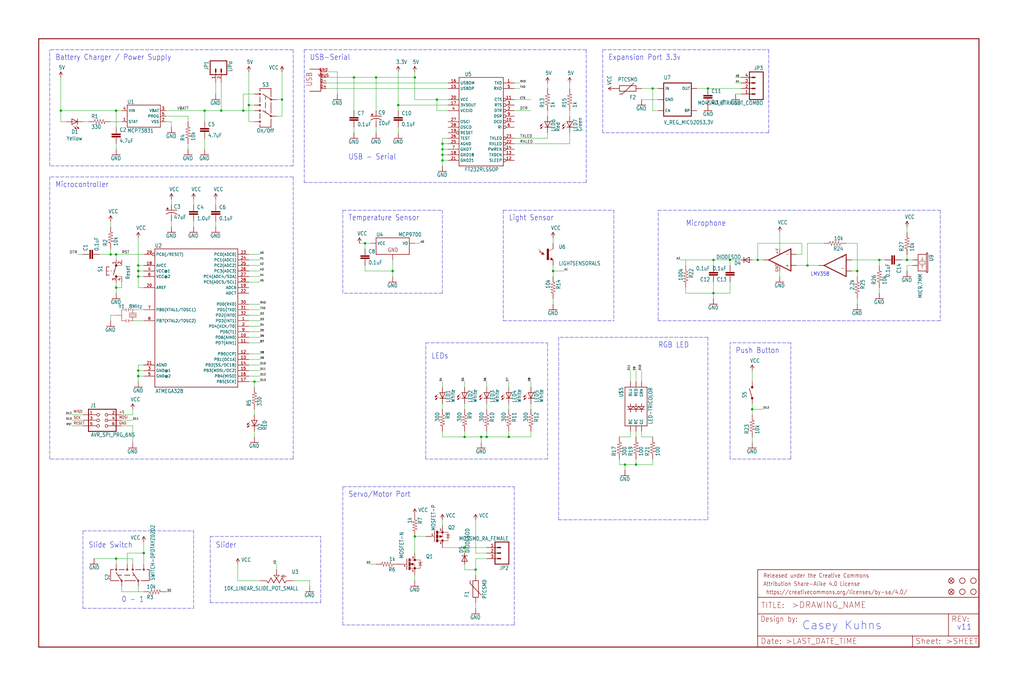
<source format=kicad_sch>
(kicad_sch (version 20211123) (generator eeschema)
  (paper "User" 470.306 317.906)
  (junction (at 63.5 172.72))
  (junction (at 167.64 111.76))
  (junction (at 27.94 50.8))
  (junction (at 63.5 170.18))
  (junction (at 203.2 66.04))
  (junction (at 203.2 68.58))
  (junction (at 101.6 50.8))
  (junction (at 223.52 200.66))
  (junction (at 50.8 116.84))
  (junction (at 190.5 35.56))
  (junction (at 53.34 132.08))
  (junction (at 200.66 45.72))
  (junction (at 416.56 119.38))
  (junction (at 53.34 256.54))
  (junction (at 327.66 119.38))
  (junction (at 299.72 40.64))
  (junction (at 254 124.46))
  (junction (at 114.3 48.26))
  (junction (at 393.7 124.46))
  (junction (at 129.54 45.72))
  (junction (at 213.36 251.46))
  (junction (at 93.98 50.8))
  (junction (at 180.34 124.46))
  (junction (at 287.02 213.36))
  (junction (at 403.86 119.38))
  (junction (at 203.2 73.66))
  (junction (at 218.44 261.62))
  (junction (at 111.76 50.8))
  (junction (at 63.5 127))
  (junction (at 53.34 50.8))
  (junction (at 63.5 124.46))
  (junction (at 335.28 119.38))
  (junction (at 220.98 200.66))
  (junction (at 182.88 48.26))
  (junction (at 347.98 119.38))
  (junction (at 213.36 200.66))
  (junction (at 63.5 121.92))
  (junction (at 203.2 71.12))
  (junction (at 162.56 35.56))
  (junction (at 172.72 35.56))
  (junction (at 292.1 213.36))
  (junction (at 190.5 246.38))
  (junction (at 116.84 175.26))
  (junction (at 325.12 40.64))
  (junction (at 53.34 116.84))
  (junction (at 370.84 121.92))
  (junction (at 327.66 134.62))
  (junction (at 345.44 187.96))
  (junction (at 233.68 200.66))
  (junction (at 66.04 254))
  (wire (pts (xy 63.5 121.92) (xy 63.5 109.22)))
  (wire (pts (xy 180.34 127) (xy 180.34 124.46)))
  (polyline (pts (xy 276.86 22.86) (xy 353.06 22.86)))
  (wire (pts (xy 55.88 50.8) (xy 53.34 50.8)))
  (polyline (pts (xy 134.62 210.82) (xy 134.62 81.28)))
  (wire (pts (xy 182.88 33.02) (xy 182.88 48.26)))
  (polyline (pts (xy 325.12 238.76) (xy 325.12 154.94)))
  (wire (pts (xy 213.36 261.62) (xy 218.44 261.62)))
  (wire (pts (xy 99.06 91.44) (xy 99.06 93.98)))
  (wire (pts (xy 391.16 119.38) (xy 403.86 119.38)))
  (wire (pts (xy 284.48 200.66) (xy 289.56 200.66)))
  (wire (pts (xy 251.46 38.1) (xy 251.46 40.64)))
  (wire (pts (xy 99.06 104.14) (xy 99.06 101.6)))
  (polyline (pts (xy 325.12 154.94) (xy 256.54 154.94)))
  (polyline (pts (xy 22.86 210.82) (xy 22.86 81.28)))
  (wire (pts (xy 345.44 187.96) (xy 345.44 190.5)))
  (wire (pts (xy 203.2 71.12) (xy 203.2 68.58)))
  (wire (pts (xy 55.88 190.5) (xy 60.96 190.5)))
  (wire (pts (xy 119.38 124.46) (xy 114.3 124.46)))
  (wire (pts (xy 299.72 40.64) (xy 302.26 40.64)))
  (wire (pts (xy 60.96 195.58) (xy 60.96 203.2)))
  (wire (pts (xy 205.74 40.64) (xy 149.86 40.64)))
  (wire (pts (xy 223.52 200.66) (xy 233.68 200.66)))
  (wire (pts (xy 327.66 119.38) (xy 335.28 119.38)))
  (wire (pts (xy 109.22 266.7) (xy 119.38 266.7)))
  (wire (pts (xy 149.86 35.56) (xy 162.56 35.56)))
  (polyline (pts (xy 38.1 243.84) (xy 38.1 279.4)))
  (wire (pts (xy 93.98 55.88) (xy 93.98 50.8)))
  (wire (pts (xy 203.2 177.8) (xy 203.2 175.26)))
  (wire (pts (xy 345.44 185.42) (xy 345.44 187.96)))
  (polyline (pts (xy 302.26 147.32) (xy 302.26 96.52)))
  (wire (pts (xy 45.72 116.84) (xy 50.8 116.84)))
  (wire (pts (xy 233.68 200.66) (xy 233.68 198.12)))
  (wire (pts (xy 236.22 45.72) (xy 243.84 45.72)))
  (wire (pts (xy 403.86 134.62) (xy 403.86 132.08)))
  (wire (pts (xy 233.68 187.96) (xy 233.68 185.42)))
  (wire (pts (xy 236.22 66.04) (xy 261.62 66.04)))
  (wire (pts (xy 284.48 213.36) (xy 287.02 213.36)))
  (polyline (pts (xy 203.2 134.62) (xy 157.48 134.62)))
  (wire (pts (xy 213.36 251.46) (xy 203.2 251.46)))
  (wire (pts (xy 114.3 116.84) (xy 119.38 116.84)))
  (wire (pts (xy 251.46 50.8) (xy 251.46 53.34)))
  (wire (pts (xy 66.04 167.64) (xy 63.5 167.64)))
  (wire (pts (xy 127 53.34) (xy 129.54 53.34)))
  (polyline (pts (xy 231.14 96.52) (xy 281.94 96.52)))
  (wire (pts (xy 119.38 127) (xy 114.3 127)))
  (wire (pts (xy 53.34 256.54) (xy 43.18 256.54)))
  (wire (pts (xy 370.84 121.92) (xy 375.92 121.92)))
  (wire (pts (xy 203.2 198.12) (xy 203.2 200.66)))
  (wire (pts (xy 93.98 68.58) (xy 93.98 63.5)))
  (polyline (pts (xy 431.8 147.32) (xy 302.26 147.32)))
  (wire (pts (xy 365.76 116.84) (xy 368.3 116.84)))
  (wire (pts (xy 111.76 43.18) (xy 116.84 43.18)))
  (wire (pts (xy 66.04 254) (xy 66.04 259.08)))
  (wire (pts (xy 53.34 116.84) (xy 53.34 119.38)))
  (wire (pts (xy 403.86 119.38) (xy 403.86 121.92)))
  (wire (pts (xy 53.34 259.08) (xy 53.34 256.54)))
  (wire (pts (xy 66.04 172.72) (xy 63.5 172.72)))
  (wire (pts (xy 335.28 119.38) (xy 340.36 119.38)))
  (wire (pts (xy 294.64 175.26) (xy 294.64 170.18)))
  (wire (pts (xy 60.96 256.54) (xy 53.34 256.54)))
  (polyline (pts (xy 157.48 96.52) (xy 203.2 96.52)))
  (wire (pts (xy 259.08 124.46) (xy 254 124.46)))
  (wire (pts (xy 119.38 165.1) (xy 114.3 165.1)))
  (wire (pts (xy 299.72 50.8) (xy 299.72 40.64)))
  (wire (pts (xy 53.34 132.08) (xy 53.34 134.62)))
  (wire (pts (xy 289.56 200.66) (xy 289.56 198.12)))
  (wire (pts (xy 63.5 167.64) (xy 63.5 170.18)))
  (wire (pts (xy 114.3 149.86) (xy 119.38 149.86)))
  (wire (pts (xy 203.2 76.2) (xy 203.2 73.66)))
  (wire (pts (xy 162.56 35.56) (xy 172.72 35.56)))
  (wire (pts (xy 60.96 256.54) (xy 60.96 259.08)))
  (wire (pts (xy 53.34 58.42) (xy 53.34 50.8)))
  (wire (pts (xy 66.04 121.92) (xy 63.5 121.92)))
  (wire (pts (xy 111.76 50.8) (xy 111.76 43.18)))
  (wire (pts (xy 53.34 129.54) (xy 53.34 132.08)))
  (polyline (pts (xy 302.26 96.52) (xy 431.8 96.52)))
  (wire (pts (xy 299.72 213.36) (xy 299.72 210.82)))
  (wire (pts (xy 27.94 55.88) (xy 27.94 50.8)))
  (wire (pts (xy 66.04 124.46) (xy 63.5 124.46)))
  (wire (pts (xy 294.64 40.64) (xy 299.72 40.64)))
  (wire (pts (xy 101.6 50.8) (xy 93.98 50.8)))
  (wire (pts (xy 292.1 213.36) (xy 292.1 210.82)))
  (wire (pts (xy 129.54 45.72) (xy 129.54 33.02)))
  (wire (pts (xy 287.02 215.9) (xy 287.02 213.36)))
  (polyline (pts (xy 256.54 238.76) (xy 325.12 238.76)))
  (wire (pts (xy 127 45.72) (xy 129.54 45.72)))
  (wire (pts (xy 299.72 200.66) (xy 294.64 200.66)))
  (wire (pts (xy 114.3 157.48) (xy 119.38 157.48)))
  (wire (pts (xy 233.68 177.8) (xy 233.68 175.26)))
  (polyline (pts (xy 157.48 223.52) (xy 236.22 223.52)))
  (wire (pts (xy 203.2 63.5) (xy 203.2 66.04)))
  (wire (pts (xy 223.52 251.46) (xy 213.36 251.46)))
  (wire (pts (xy 254 124.46) (xy 254 121.92)))
  (wire (pts (xy 200.66 50.8) (xy 200.66 45.72)))
  (polyline (pts (xy 134.62 76.2) (xy 22.86 76.2)))
  (wire (pts (xy 190.5 266.7) (xy 190.5 264.16)))
  (polyline (pts (xy 269.24 22.86) (xy 139.7 22.86)))
  (polyline (pts (xy 157.48 134.62) (xy 157.48 96.52)))
  (polyline (pts (xy 236.22 287.02) (xy 157.48 287.02)))
  (wire (pts (xy 223.52 187.96) (xy 223.52 185.42)))
  (wire (pts (xy 251.46 63.5) (xy 251.46 60.96)))
  (wire (pts (xy 284.48 213.36) (xy 284.48 210.82)))
  (wire (pts (xy 149.86 33.02) (xy 154.94 33.02)))
  (polyline (pts (xy 431.8 96.52) (xy 431.8 147.32)))
  (wire (pts (xy 111.76 50.8) (xy 101.6 50.8)))
  (wire (pts (xy 220.98 203.2) (xy 220.98 200.66)))
  (wire (pts (xy 203.2 73.66) (xy 203.2 71.12)))
  (wire (pts (xy 63.5 127) (xy 63.5 124.46)))
  (wire (pts (xy 416.56 104.14) (xy 416.56 106.68)))
  (wire (pts (xy 78.74 91.44) (xy 78.74 93.98)))
  (wire (pts (xy 60.96 190.5) (xy 60.96 187.96)))
  (polyline (pts (xy 157.48 287.02) (xy 157.48 223.52)))
  (wire (pts (xy 287.02 213.36) (xy 292.1 213.36)))
  (wire (pts (xy 213.36 177.8) (xy 213.36 175.26)))
  (wire (pts (xy 302.26 50.8) (xy 299.72 50.8)))
  (wire (pts (xy 205.74 50.8) (xy 200.66 50.8)))
  (wire (pts (xy 50.8 114.3) (xy 50.8 116.84)))
  (wire (pts (xy 63.5 127) (xy 63.5 132.08)))
  (wire (pts (xy 368.3 111.76) (xy 347.98 111.76)))
  (wire (pts (xy 294.64 200.66) (xy 294.64 198.12)))
  (wire (pts (xy 88.9 104.14) (xy 88.9 101.6)))
  (wire (pts (xy 142.24 266.7) (xy 134.62 266.7)))
  (wire (pts (xy 101.6 38.1) (xy 101.6 50.8)))
  (wire (pts (xy 193.04 111.76) (xy 190.5 111.76)))
  (wire (pts (xy 190.5 35.56) (xy 190.5 45.72)))
  (wire (pts (xy 340.36 35.56) (xy 337.82 35.56)))
  (wire (pts (xy 38.1 195.58) (xy 33.02 195.58)))
  (wire (pts (xy 119.38 152.4) (xy 114.3 152.4)))
  (wire (pts (xy 292.1 170.18) (xy 292.1 175.26)))
  (wire (pts (xy 419.1 121.92) (xy 416.56 121.92)))
  (wire (pts (xy 236.22 38.1) (xy 238.76 38.1)))
  (wire (pts (xy 66.04 127) (xy 63.5 127)))
  (polyline (pts (xy 139.7 22.86) (xy 139.7 83.82)))
  (wire (pts (xy 66.04 147.32) (xy 60.96 147.32)))
  (wire (pts (xy 129.54 53.34) (xy 129.54 45.72)))
  (wire (pts (xy 76.2 50.8) (xy 93.98 50.8)))
  (wire (pts (xy 167.64 111.76) (xy 170.18 111.76)))
  (wire (pts (xy 335.28 134.62) (xy 327.66 134.62)))
  (wire (pts (xy 58.42 254) (xy 58.42 259.08)))
  (polyline (pts (xy 96.52 246.38) (xy 147.32 246.38)))
  (wire (pts (xy 114.3 170.18) (xy 119.38 170.18)))
  (wire (pts (xy 86.36 68.58) (xy 86.36 66.04)))
  (wire (pts (xy 314.96 119.38) (xy 327.66 119.38)))
  (polyline (pts (xy 195.58 210.82) (xy 195.58 157.48)))
  (wire (pts (xy 368.3 116.84) (xy 368.3 111.76)))
  (wire (pts (xy 111.76 50.8) (xy 116.84 50.8)))
  (wire (pts (xy 378.46 111.76) (xy 370.84 111.76)))
  (wire (pts (xy 154.94 33.02) (xy 154.94 43.18)))
  (wire (pts (xy 55.88 195.58) (xy 60.96 195.58)))
  (wire (pts (xy 127 259.08) (xy 127 261.62)))
  (wire (pts (xy 325.12 40.64) (xy 340.36 40.64)))
  (wire (pts (xy 213.36 254) (xy 213.36 251.46)))
  (wire (pts (xy 365.76 121.92) (xy 370.84 121.92)))
  (wire (pts (xy 345.44 203.2) (xy 345.44 200.66)))
  (polyline (pts (xy 231.14 147.32) (xy 281.94 147.32)))
  (wire (pts (xy 345.44 175.26) (xy 345.44 170.18)))
  (wire (pts (xy 190.5 45.72) (xy 200.66 45.72)))
  (wire (pts (xy 114.3 55.88) (xy 114.3 48.26)))
  (wire (pts (xy 99.06 43.18) (xy 99.06 38.1)))
  (wire (pts (xy 340.36 43.18) (xy 337.82 43.18)))
  (polyline (pts (xy 363.22 157.48) (xy 335.28 157.48)))
  (wire (pts (xy 243.84 200.66) (xy 243.84 198.12)))
  (polyline (pts (xy 134.62 22.86) (xy 134.62 76.2)))
  (wire (pts (xy 203.2 200.66) (xy 213.36 200.66)))
  (wire (pts (xy 55.88 193.04) (xy 60.96 193.04)))
  (polyline (pts (xy 22.86 76.2) (xy 22.86 22.86)))
  (wire (pts (xy 203.2 187.96) (xy 203.2 185.42)))
  (polyline (pts (xy 96.52 276.86) (xy 147.32 276.86)))
  (wire (pts (xy 114.3 144.78) (xy 119.38 144.78)))
  (wire (pts (xy 114.3 147.32) (xy 119.38 147.32)))
  (polyline (pts (xy 88.9 279.4) (xy 88.9 243.84)))
  (wire (pts (xy 142.24 269.24) (xy 142.24 266.7)))
  (wire (pts (xy 358.14 114.3) (xy 358.14 106.68)))
  (wire (pts (xy 76.2 53.34) (xy 86.36 53.34)))
  (wire (pts (xy 220.98 200.66) (xy 223.52 200.66)))
  (polyline (pts (xy 231.14 96.52) (xy 231.14 147.32)))
  (wire (pts (xy 320.04 40.64) (xy 325.12 40.64)))
  (wire (pts (xy 254 127) (xy 254 124.46)))
  (wire (pts (xy 416.56 116.84) (xy 416.56 119.38)))
  (polyline (pts (xy 353.06 22.86) (xy 353.06 60.96)))
  (wire (pts (xy 180.34 124.46) (xy 180.34 119.38)))
  (polyline (pts (xy 38.1 279.4) (xy 88.9 279.4)))
  (polyline (pts (xy 134.62 81.28) (xy 22.86 81.28)))
  (polyline (pts (xy 363.22 210.82) (xy 335.28 210.82)))
  (wire (pts (xy 116.84 200.66) (xy 116.84 198.12)))
  (wire (pts (xy 205.74 71.12) (xy 203.2 71.12)))
  (polyline (pts (xy 251.46 157.48) (xy 251.46 210.82)))
  (wire (pts (xy 218.44 276.86) (xy 218.44 279.4)))
  (wire (pts (xy 66.04 254) (xy 66.04 248.92)))
  (wire (pts (xy 63.5 269.24) (xy 63.5 271.78)))
  (wire (pts (xy 53.34 66.04) (xy 53.34 68.58)))
  (wire (pts (xy 203.2 68.58) (xy 205.74 68.58)))
  (wire (pts (xy 76.2 271.78) (xy 78.74 271.78)))
  (wire (pts (xy 78.74 104.14) (xy 78.74 101.6)))
  (wire (pts (xy 335.28 121.92) (xy 335.28 119.38)))
  (wire (pts (xy 190.5 246.38) (xy 190.5 254)))
  (wire (pts (xy 314.96 121.92) (xy 314.96 119.38)))
  (wire (pts (xy 50.8 116.84) (xy 53.34 116.84)))
  (wire (pts (xy 261.62 38.1) (xy 261.62 40.64)))
  (wire (pts (xy 50.8 104.14) (xy 50.8 101.6)))
  (wire (pts (xy 416.56 119.38) (xy 414.02 119.38)))
  (wire (pts (xy 243.84 187.96) (xy 243.84 185.42)))
  (wire (pts (xy 391.16 124.46) (xy 393.7 124.46)))
  (wire (pts (xy 406.4 119.38) (xy 403.86 119.38)))
  (polyline (pts (xy 256.54 154.94) (xy 256.54 238.76)))
  (wire (pts (xy 218.44 254) (xy 218.44 238.76)))
  (wire (pts (xy 261.62 66.04) (xy 261.62 60.96)))
  (wire (pts (xy 167.64 124.46) (xy 180.34 124.46)))
  (polyline (pts (xy 134.62 22.86) (xy 22.86 22.86)))
  (wire (pts (xy 370.84 111.76) (xy 370.84 121.92)))
  (wire (pts (xy 213.36 187.96) (xy 213.36 185.42)))
  (wire (pts (xy 340.36 38.1) (xy 337.82 38.1)))
  (wire (pts (xy 55.88 132.08) (xy 53.34 132.08)))
  (wire (pts (xy 162.56 50.8) (xy 162.56 35.56)))
  (wire (pts (xy 236.22 63.5) (xy 251.46 63.5)))
  (wire (pts (xy 205.74 38.1) (xy 149.86 38.1)))
  (wire (pts (xy 218.44 261.62) (xy 218.44 264.16)))
  (wire (pts (xy 213.36 259.08) (xy 213.36 261.62)))
  (wire (pts (xy 55.88 129.54) (xy 55.88 132.08)))
  (wire (pts (xy 223.52 177.8) (xy 223.52 175.26)))
  (wire (pts (xy 261.62 50.8) (xy 261.62 53.34)))
  (wire (pts (xy 292.1 198.12) (xy 292.1 200.66)))
  (wire (pts (xy 200.66 45.72) (xy 205.74 45.72)))
  (wire (pts (xy 393.7 124.46) (xy 393.7 127)))
  (polyline (pts (xy 134.62 210.82) (xy 22.86 210.82)))
  (wire (pts (xy 254 109.22) (xy 254 111.76)))
  (wire (pts (xy 419.1 119.38) (xy 416.56 119.38)))
  (wire (pts (xy 88.9 91.44) (xy 88.9 93.98)))
  (wire (pts (xy 172.72 259.08) (xy 170.18 259.08)))
  (polyline (pts (xy 269.24 22.86) (xy 269.24 83.82)))
  (wire (pts (xy 218.44 256.54) (xy 218.44 261.62)))
  (wire (pts (xy 78.74 55.88) (xy 78.74 58.42)))
  (wire (pts (xy 393.7 139.7) (xy 393.7 137.16)))
  (wire (pts (xy 213.36 198.12) (xy 213.36 200.66)))
  (wire (pts (xy 66.04 271.78) (xy 63.5 271.78)))
  (polyline (pts (xy 335.28 210.82) (xy 335.28 157.48)))
  (wire (pts (xy 314.96 119.38) (xy 312.42 119.38)))
  (wire (pts (xy 38.1 190.5) (xy 33.02 190.5)))
  (wire (pts (xy 38.1 116.84) (xy 35.56 116.84)))
  (wire (pts (xy 167.64 121.92) (xy 167.64 124.46)))
  (wire (pts (xy 223.52 200.66) (xy 223.52 198.12)))
  (wire (pts (xy 55.88 271.78) (xy 55.88 269.24)))
  (polyline (pts (xy 38.1 243.84) (xy 88.9 243.84)))
  (wire (pts (xy 114.3 48.26) (xy 114.3 33.02)))
  (wire (pts (xy 30.48 55.88) (xy 27.94 55.88)))
  (wire (pts (xy 223.52 256.54) (xy 218.44 256.54)))
  (wire (pts (xy 203.2 66.04) (xy 203.2 68.58)))
  (wire (pts (xy 38.1 55.88) (xy 40.64 55.88)))
  (wire (pts (xy 114.3 119.38) (xy 119.38 119.38)))
  (wire (pts (xy 63.5 132.08) (xy 66.04 132.08)))
  (wire (pts (xy 233.68 200.66) (xy 243.84 200.66)))
  (polyline (pts (xy 269.24 83.82) (xy 139.7 83.82)))
  (wire (pts (xy 119.38 121.92) (xy 114.3 121.92)))
  (polyline (pts (xy 281.94 96.52) (xy 281.94 147.32)))
  (wire (pts (xy 292.1 213.36) (xy 299.72 213.36)))
  (wire (pts (xy 109.22 259.08) (xy 109.22 266.7)))
  (wire (pts (xy 116.84 48.26) (xy 114.3 48.26)))
  (wire (pts (xy 289.56 175.26) (xy 289.56 170.18)))
  (wire (pts (xy 345.44 119.38) (xy 347.98 119.38)))
  (wire (pts (xy 50.8 55.88) (xy 55.88 55.88)))
  (wire (pts (xy 254 139.7) (xy 254 137.16)))
  (wire (pts (xy 172.72 60.96) (xy 172.72 58.42)))
  (wire (pts (xy 116.84 187.96) (xy 116.84 190.5)))
  (wire (pts (xy 182.88 58.42) (xy 182.88 60.96)))
  (wire (pts (xy 119.38 129.54) (xy 114.3 129.54)))
  (wire (pts (xy 50.8 147.32) (xy 50.8 144.78)))
  (wire (pts (xy 66.04 170.18) (xy 63.5 170.18)))
  (wire (pts (xy 347.98 111.76) (xy 347.98 119.38)))
  (wire (pts (xy 63.5 170.18) (xy 63.5 172.72)))
  (wire (pts (xy 236.22 50.8) (xy 243.84 50.8)))
  (polyline (pts (xy 353.06 60.96) (xy 276.86 60.96)))
  (wire (pts (xy 116.84 175.26) (xy 119.38 175.26)))
  (wire (pts (xy 50.8 144.78) (xy 53.34 144.78)))
  (wire (pts (xy 416.56 121.92) (xy 416.56 124.46)))
  (wire (pts (xy 172.72 35.56) (xy 190.5 35.56)))
  (wire (pts (xy 223.52 254) (xy 218.44 254)))
  (polyline (pts (xy 195.58 157.48) (xy 251.46 157.48)))
  (wire (pts (xy 116.84 175.26) (xy 116.84 177.8)))
  (wire (pts (xy 114.3 167.64) (xy 119.38 167.64)))
  (wire (pts (xy 114.3 162.56) (xy 119.38 162.56)))
  (wire (pts (xy 114.3 142.24) (xy 119.38 142.24)))
  (wire (pts (xy 335.28 129.54) (xy 335.28 134.62)))
  (wire (pts (xy 66.04 142.24) (xy 60.96 142.24)))
  (wire (pts (xy 167.64 114.3) (xy 167.64 111.76)))
  (wire (pts (xy 114.3 154.94) (xy 119.38 154.94)))
  (wire (pts (xy 53.34 50.8) (xy 27.94 50.8)))
  (wire (pts (xy 205.74 63.5) (xy 203.2 63.5)))
  (wire (pts (xy 236.22 40.64) (xy 238.76 40.64)))
  (polyline (pts (xy 276.86 60.96) (xy 276.86 22.86)))
  (wire (pts (xy 63.5 271.78) (xy 55.88 271.78)))
  (wire (pts (xy 63.5 172.72) (xy 63.5 175.26)))
  (wire (pts (xy 358.14 127) (xy 358.14 124.46)))
  (wire (pts (xy 114.3 175.26) (xy 116.84 175.26)))
  (wire (pts (xy 347.98 119.38) (xy 350.52 119.38)))
  (wire (pts (xy 327.66 134.62) (xy 327.66 137.16)))
  (wire (pts (xy 205.74 73.66) (xy 203.2 73.66)))
  (wire (pts (xy 114.3 139.7) (xy 119.38 139.7)))
  (polyline (pts (xy 203.2 96.52) (xy 203.2 134.62)))
  (wire (pts (xy 393.7 124.46) (xy 393.7 111.76)))
  (wire (pts (xy 213.36 200.66) (xy 220.98 200.66)))
  (wire (pts (xy 116.84 55.88) (xy 114.3 55.88)))
  (wire (pts (xy 350.52 187.96) (xy 345.44 187.96)))
  (wire (pts (xy 38.1 193.04) (xy 33.02 193.04)))
  (wire (pts (xy 66.04 254) (xy 58.42 254)))
  (wire (pts (xy 53.34 116.84) (xy 66.04 116.84)))
  (wire (pts (xy 203.2 238.76) (xy 203.2 241.3)))
  (wire (pts (xy 195.58 246.38) (xy 190.5 246.38)))
  (wire (pts (xy 172.72 50.8) (xy 172.72 35.56)))
  (wire (pts (xy 190.5 33.02) (xy 190.5 35.56)))
  (wire (pts (xy 203.2 66.04) (xy 205.74 66.04)))
  (polyline (pts (xy 96.52 276.86) (xy 96.52 246.38)))
  (polyline (pts (xy 251.46 210.82) (xy 195.58 210.82)))
  (wire (pts (xy 327.66 121.92) (xy 327.66 119.38)))
  (wire (pts (xy 182.88 48.26) (xy 182.88 50.8)))
  (polyline (pts (xy 147.32 276.86) (xy 147.32 246.38)))
  (polyline (pts (xy 236.22 223.52) (xy 236.22 287.02)))
  (wire (pts (xy 165.1 111.76) (xy 167.64 111.76)))
  (wire (pts (xy 114.3 172.72) (xy 119.38 172.72)))
  (wire (pts (xy 27.94 50.8) (xy 27.94 35.56)))
  (wire (pts (xy 294.64 45.72) (xy 302.26 45.72)))
  (wire (pts (xy 314.96 134.62) (xy 327.66 134.62)))
  (wire (pts (xy 314.96 132.08) (xy 314.96 134.62)))
  (wire (pts (xy 63.5 124.46) (xy 63.5 121.92)))
  (wire (pts (xy 243.84 177.8) (xy 243.84 175.26)))
  (polyline (pts (xy 363.22 210.82) (xy 363.22 157.48)))
  (wire (pts (xy 205.74 48.26) (xy 182.88 48.26)))
  (wire (pts (xy 393.7 111.76) (xy 388.62 111.76)))
  (wire (pts (xy 327.66 129.54) (xy 327.66 134.62)))
  (wire (pts (xy 76.2 55.88) (xy 78.74 55.88)))
  (wire (pts (xy 86.36 53.34) (xy 86.36 55.88)))
  (wire (pts (xy 162.56 58.42) (xy 162.56 60.96)))
  (text "Casey Kuhns" (at 368.3 289.56 180) (effects (font (size 3.81 3.81)) (justify left bottom)))
  (text "Slide Switch" (at 40.64 248.92 180) (effects (font (size 2.54 2.159)) (justify left top)))
  (text "Expansion Port 3.3v" (at 279.4 27.94 180) (effects (font (size 2.54 2.159)) (justify left bottom)))
  (text "LEDs" (at 198.12 165.1 180) (effects (font (size 2.54 2.159)) (justify left bottom)))
  (text "0 - 1" (at 55.88 276.86 180) (effects (font (size 2.54 2.159)) (justify left bottom)))
  (text "Temperature Sensor" (at 160.02 101.6 180) (effects (font (size 2.54 2.159)) (justify left bottom)))
  (text "Servo/Motor Port" (at 160.02 228.6 180) (effects (font (size 2.54 2.159)) (justify left bottom)))
  (text "USB-Serial" (at 142.24 27.94 180) (effects (font (size 2.54 2.159)) (justify left bottom)))
  (text "Microcontroller" (at 25.4 86.36 180) (effects (font (size 2.54 2.159)) (justify left bottom)))
  (text "RGB LED" (at 302.26 160.02 180) (effects (font (size 2.54 2.159)) (justify left bottom)))
  (text "USB - Serial" (at 160.02 73.66 180) (effects (font (size 2.54 2.159)) (justify left bottom)))
  (text "v11" (at 439.42 289.56 180) (effects (font (size 2.54 2.54)) (justify left bottom)))
  (text "Battery Charger / Power Supply" (at 25.4 27.94 180) (effects (font (size 2.54 2.159)) (justify left bottom)))
  (text "Microphone" (at 314.96 104.14 180) (effects (font (size 2.54 2.159)) (justify left bottom)))
  (text "LMV358" (at 381 127 180) (effects (font (size 1.778 1.5113)) (justify right bottom)))
  (text "Light Sensor" (at 233.68 101.6 180) (effects (font (size 2.54 2.159)) (justify left bottom)))
  (text "Slider" (at 99.06 248.92 180) (effects (font (size 2.54 2.159)) (justify left top)))
  (text "Push Button" (at 337.82 162.56 180) (effects (font (size 2.54 2.159)) (justify left bottom)))
  (label "DTR" (at 238.76 50.8 0) (effects (font (size 1.2446 1.2446))))
  (label "A5" (at 337.82 35.56 0) (effects (font (size 0.889 0.889))))
  (label "A0" (at 119.38 116.84 0) (effects (font (size 0.889 0.889))))
  (label "D8" (at 243.84 175.26 90) (effects (font (size 0.889 0.889))))
  (label "D10" (at 119.38 167.64 0) (effects (font (size 0.889 0.889))))
  (label "DTR" (at 35.56 116.84 180) (effects (font (size 1.2446 1.2446))))
  (label "D6" (at 119.38 154.94 0) (effects (font (size 0.889 0.889))))
  (label "VBATT" (at 81.28 50.8 0) (effects (font (size 1.2446 1.2446))))
  (label "RST" (at 55.88 116.84 0) (effects (font (size 1.2446 1.2446))))
  (label "A1" (at 119.38 119.38 0) (effects (font (size 0.889 0.889))))
  (label "TXD" (at 238.76 40.64 0) (effects (font (size 0.889 0.889))))
  (label "D10" (at 294.64 170.18 90) (effects (font (size 0.889 0.889))))
  (label "RXLED" (at 238.76 66.04 0) (effects (font (size 1.2446 1.2446))))
  (label "D5" (at 213.36 175.26 90) (effects (font (size 0.889 0.889))))
  (label "D4" (at 203.2 175.26 90) (effects (font (size 0.889 0.889))))
  (label "D7" (at 119.38 157.48 0) (effects (font (size 0.889 0.889))))
  (label "A0" (at 193.04 111.76 0) (effects (font (size 0.889 0.889))))
  (label "A2" (at 312.42 119.38 180) (effects (font (size 0.889 0.889))))
  (label "A2" (at 119.38 121.92 0) (effects (font (size 0.889 0.889))))
  (label "D11" (at 289.56 170.18 90) (effects (font (size 0.889 0.889))))
  (label "D12" (at 33.02 190.5 180) (effects (font (size 0.889 0.889))))
  (label "D7" (at 119.38 157.48 0) (effects (font (size 0.889 0.889))))
  (label "D2" (at 119.38 144.78 0) (effects (font (size 0.889 0.889))))
  (label "D5" (at 119.38 152.4 0) (effects (font (size 0.889 0.889))))
  (label "D2" (at 78.74 271.78 180) (effects (font (size 0.889 0.889))))
  (label "D13" (at 119.38 175.26 0) (effects (font (size 0.889 0.889))))
  (label "A3" (at 127 259.08 90) (effects (font (size 0.889 0.889))))
  (label "D13" (at 33.02 193.04 180) (effects (font (size 0.889 0.889))))
  (label "A5" (at 119.38 129.54 0) (effects (font (size 0.889 0.889))))
  (label "TXD" (at 119.38 142.24 0) (effects (font (size 0.889 0.889))))
  (label "D6" (at 223.52 175.26 90) (effects (font (size 0.889 0.889))))
  (label "TXLED" (at 238.76 63.5 0) (effects (font (size 1.2446 1.2446))))
  (label "D7" (at 233.68 175.26 90) (effects (font (size 0.889 0.889))))
  (label "D11" (at 119.38 170.18 0) (effects (font (size 0.889 0.889))))
  (label "A3" (at 119.38 124.46 0) (effects (font (size 0.889 0.889))))
  (label "A4" (at 337.82 38.1 0) (effects (font (size 0.889 0.889))))
  (label "D3" (at 170.18 259.08 180) (effects (font (size 0.889 0.889))))
  (label "D12" (at 119.38 172.72 0) (effects (font (size 0.889 0.889))))
  (label "CTS" (at 238.76 45.72 0) (effects (font (size 0.889 0.889))))
  (label "D4" (at 119.38 149.86 0) (effects (font (size 0.889 0.889))))
  (label "RST" (at 33.02 195.58 180) (effects (font (size 0.889 0.889))))
  (label "D8" (at 119.38 162.56 0) (effects (font (size 0.889 0.889))))
  (label "D3" (at 119.38 147.32 0) (effects (font (size 0.889 0.889))))
  (label "RXD" (at 119.38 139.7 0) (effects (font (size 0.889 0.889))))
  (label "D12" (at 350.52 187.96 0) (effects (font (size 0.889 0.889))))
  (label "A4" (at 119.38 127 0) (effects (font (size 0.889 0.889))))
  (label "D11" (at 60.96 193.04 0) (effects (font (size 0.889 0.889))))
  (label "RXD" (at 238.76 38.1 0) (effects (font (size 0.889 0.889))))
  (label "D9" (at 292.1 170.18 90) (effects (font (size 0.889 0.889))))
  (label "D9" (at 119.38 165.1 0) (effects (font (size 0.889 0.889))))
  (label "A1" (at 259.08 124.46 0) (effects (font (size 0.889 0.889))))
  (symbol (lib_id "eagleSchem-eagle-import:LED-WHITE") (at 233.68 180.34 0) (unit 1)
    (property "Reference" "LED4" (at 237.236 184.912 90) (effects (font (size 1.778 1.5113)) (justify left bottom)))
    (property "Value" "White" (at 239.395 184.912 90) (effects (font (size 1.778 1.5113)) (justify left bottom)))
    (property "Footprint" "eagleSchem:LED-1206" (effects hide))
  )
  (symbol (lib_id "eagleSchem-eagle-import:GND") (at 78.74 60.96 0) (unit 1)
    (property "Reference" "#GND11" (effects hide))
    (property "Value" "GND" (at 76.2 63.5 0) (effects (font (size 1.778 1.5113)) (justify left bottom)))
    (property "Footprint" "eagleSchem:" (effects hide))
  )
  (symbol (lib_id "eagleSchem-eagle-import:MOSFET-PCHANNEL") (at 203.2 246.38 0) (mirror x) (unit 1)
    (property "Reference" "Q2" (at 205.74 241.3 0) (effects (font (size 1.778 1.5113)) (justify left bottom)))
    (property "Value" "MOSFET-P" (at 198.12 243.84 90) (effects (font (size 1.778 1.5113)) (justify right top)))
    (property "Footprint" "eagleSchem:SOT23-3" (effects hide))
  )
  (symbol (lib_id "eagleSchem-eagle-import:GND") (at 50.8 149.86 0) (unit 1)
    (property "Reference" "#GND9" (effects hide))
    (property "Value" "GND" (at 48.26 152.4 0) (effects (font (size 1.778 1.5113)) (justify left bottom)))
    (property "Footprint" "eagleSchem:" (effects hide))
  )
  (symbol (lib_id "eagleSchem-eagle-import:GND") (at 162.56 63.5 0) (unit 1)
    (property "Reference" "#GND21" (effects hide))
    (property "Value" "GND" (at 160.02 66.04 0) (effects (font (size 1.778 1.5113)) (justify left bottom)))
    (property "Footprint" "eagleSchem:" (effects hide))
  )
  (symbol (lib_id "eagleSchem-eagle-import:10KOHM1{slash}10W1%(0603)0603") (at 86.36 60.96 90) (unit 1)
    (property "Reference" "R4" (at 84.8614 64.77 0) (effects (font (size 1.778 1.5113)) (justify left bottom)))
    (property "Value" "10k" (at 89.662 64.77 0) (effects (font (size 1.778 1.5113)) (justify left bottom)))
    (property "Footprint" "eagleSchem:0603-RES" (effects hide))
  )
  (symbol (lib_id "eagleSchem-eagle-import:DIODESOD") (at 342.9 119.38 180) (unit 1)
    (property "Reference" "D4" (at 340.36 119.8626 0) (effects (font (size 1.778 1.5113)) (justify left bottom)))
    (property "Value" "DIODESOD" (at 340.36 117.0686 0) (effects (font (size 1.778 1.5113)) (justify left bottom)))
    (property "Footprint" "eagleSchem:SOD-323" (effects hide))
  )
  (symbol (lib_id "eagleSchem-eagle-import:1.0UF-16V-10%(0603)") (at 88.9 99.06 0) (unit 1)
    (property "Reference" "C4" (at 90.424 96.139 0) (effects (font (size 1.778 1.5113)) (justify left bottom)))
    (property "Value" "1.0uF" (at 90.424 101.219 0) (effects (font (size 1.778 1.5113)) (justify left bottom)))
    (property "Footprint" "eagleSchem:0603-CAP" (effects hide))
  )
  (symbol (lib_id "eagleSchem-eagle-import:DIODESOD") (at 213.36 256.54 90) (unit 1)
    (property "Reference" "D5" (at 212.8774 254 0) (effects (font (size 1.778 1.5113)) (justify left bottom)))
    (property "Value" "DIODESOD" (at 215.6714 254 0) (effects (font (size 1.778 1.5113)) (justify left bottom)))
    (property "Footprint" "eagleSchem:SOD-323" (effects hide))
  )
  (symbol (lib_id "eagleSchem-eagle-import:PTCSMD") (at 218.44 271.78 90) (unit 1)
    (property "Reference" "F1" (at 215.392 274.32 0) (effects (font (size 1.778 1.5113)) (justify left bottom)))
    (property "Value" "PTCSMD" (at 223.52 275.082 0) (effects (font (size 1.778 1.5113)) (justify left bottom)))
    (property "Footprint" "eagleSchem:PTC-1206" (effects hide))
  )
  (symbol (lib_id "eagleSchem-eagle-import:GND") (at 220.98 205.74 0) (unit 1)
    (property "Reference" "#GND8" (effects hide))
    (property "Value" "GND" (at 218.44 208.28 0) (effects (font (size 1.778 1.5113)) (justify left bottom)))
    (property "Footprint" "eagleSchem:" (effects hide))
  )
  (symbol (lib_id "eagleSchem-eagle-import:VCC") (at 345.44 170.18 0) (unit 1)
    (property "Reference" "#P+9" (effects hide))
    (property "Value" "VCC" (at 344.424 166.624 0) (effects (font (size 1.778 1.5113)) (justify left bottom)))
    (property "Footprint" "eagleSchem:" (effects hide))
  )
  (symbol (lib_id "eagleSchem-eagle-import:4.7UF-6.3V-10%(0603)0603") (at 93.98 60.96 0) (unit 1)
    (property "Reference" "C5" (at 95.504 58.039 0) (effects (font (size 1.778 1.5113)) (justify left bottom)))
    (property "Value" "4.7uF" (at 95.504 63.119 0) (effects (font (size 1.778 1.5113)) (justify left bottom)))
    (property "Footprint" "eagleSchem:0603-CAP" (effects hide))
  )
  (symbol (lib_id "eagleSchem-eagle-import:VCC") (at 99.06 91.44 0) (unit 1)
    (property "Reference" "#P+4" (effects hide))
    (property "Value" "VCC" (at 98.044 87.884 0) (effects (font (size 1.778 1.5113)) (justify left bottom)))
    (property "Footprint" "eagleSchem:" (effects hide))
  )
  (symbol (lib_id "eagleSchem-eagle-import:47UF-10V-10%(TANT)") (at 78.74 96.52 0) (unit 1)
    (property "Reference" "C3" (at 79.756 95.885 0) (effects (font (size 1.778 1.5113)) (justify left bottom)))
    (property "Value" "47uF" (at 79.756 100.711 0) (effects (font (size 1.778 1.5113)) (justify left bottom)))
    (property "Footprint" "eagleSchem:EIA3528" (effects hide))
  )
  (symbol (lib_id "eagleSchem-eagle-import:GND") (at 254 142.24 0) (unit 1)
    (property "Reference" "#GND27" (effects hide))
    (property "Value" "GND" (at 251.46 144.78 0) (effects (font (size 1.778 1.5113)) (justify left bottom)))
    (property "Footprint" "eagleSchem:" (effects hide))
  )
  (symbol (lib_id "eagleSchem-eagle-import:LMV358SOIC") (at 358.14 119.38 0) (mirror y) (unit 1)
    (property "Reference" "U8" (effects hide))
    (property "Value" "LMV358SOIC" (effects hide))
    (property "Footprint" "eagleSchem:SO08" (effects hide))
  )
  (symbol (lib_id "eagleSchem-eagle-import:10KOHM1{slash}10W1%(0603)0603") (at 416.56 111.76 90) (unit 1)
    (property "Reference" "R27" (at 415.0614 115.57 0) (effects (font (size 1.778 1.5113)) (justify left bottom)))
    (property "Value" "10k" (at 419.862 115.57 0) (effects (font (size 1.778 1.5113)) (justify left bottom)))
    (property "Footprint" "eagleSchem:0603-RES" (effects hide))
  )
  (symbol (lib_id "eagleSchem-eagle-import:GND") (at 325.12 50.8 0) (mirror y) (unit 1)
    (property "Reference" "#GND33" (effects hide))
    (property "Value" "GND" (at 327.66 53.34 0) (effects (font (size 1.778 1.5113)) (justify left bottom)))
    (property "Footprint" "eagleSchem:" (effects hide))
  )
  (symbol (lib_id "eagleSchem-eagle-import:1KOHM1{slash}10W1%(0603)") (at 251.46 45.72 90) (unit 1)
    (property "Reference" "R13" (at 249.9614 49.53 0) (effects (font (size 1.778 1.5113)) (justify left bottom)))
    (property "Value" "1k" (at 254.762 49.53 0) (effects (font (size 1.778 1.5113)) (justify left bottom)))
    (property "Footprint" "eagleSchem:0603-RES" (effects hide))
  )
  (symbol (lib_id "eagleSchem-eagle-import:GND") (at 180.34 129.54 0) (unit 1)
    (property "Reference" "#GND28" (effects hide))
    (property "Value" "GND" (at 177.8 132.08 0) (effects (font (size 1.778 1.5113)) (justify left bottom)))
    (property "Footprint" "eagleSchem:" (effects hide))
  )
  (symbol (lib_id "eagleSchem-eagle-import:VCC") (at 129.54 33.02 0) (unit 1)
    (property "Reference" "#P+8" (effects hide))
    (property "Value" "VCC" (at 123.444 32.004 0) (effects (font (size 1.778 1.5113)) (justify left bottom)))
    (property "Footprint" "eagleSchem:" (effects hide))
  )
  (symbol (lib_id "eagleSchem-eagle-import:GND") (at 99.06 45.72 0) (unit 1)
    (property "Reference" "#GND12" (effects hide))
    (property "Value" "GND" (at 96.52 48.26 0) (effects (font (size 1.778 1.5113)) (justify left bottom)))
    (property "Footprint" "eagleSchem:" (effects hide))
  )
  (symbol (lib_id "eagleSchem-eagle-import:GND") (at 60.96 205.74 0) (unit 1)
    (property "Reference" "#GND37" (effects hide))
    (property "Value" "GND" (at 58.42 208.28 0) (effects (font (size 1.778 1.5113)) (justify left bottom)))
    (property "Footprint" "eagleSchem:" (effects hide))
  )
  (symbol (lib_id "eagleSchem-eagle-import:GND") (at 86.36 71.12 0) (unit 1)
    (property "Reference" "#GND13" (effects hide))
    (property "Value" "GND" (at 83.82 73.66 0) (effects (font (size 1.778 1.5113)) (justify left bottom)))
    (property "Footprint" "eagleSchem:" (effects hide))
  )
  (symbol (lib_id "eagleSchem-eagle-import:330OHM1{slash}10W1%(0603)") (at 116.84 182.88 90) (unit 1)
    (property "Reference" "R5" (at 115.3414 186.69 0) (effects (font (size 1.778 1.5113)) (justify left bottom)))
    (property "Value" "330" (at 120.142 186.69 0) (effects (font (size 1.778 1.5113)) (justify left bottom)))
    (property "Footprint" "eagleSchem:0603-RES" (effects hide))
  )
  (symbol (lib_id "eagleSchem-eagle-import:5V") (at 261.62 38.1 0) (unit 1)
    (property "Reference" "#U$4" (effects hide))
    (property "Value" "5V" (at 260.604 34.544 0) (effects (font (size 1.778 1.5113)) (justify left bottom)))
    (property "Footprint" "eagleSchem:" (effects hide))
  )
  (symbol (lib_id "eagleSchem-eagle-import:PTCSMD") (at 289.56 40.64 180) (unit 1)
    (property "Reference" "F2" (at 292.1 43.688 0) (effects (font (size 1.778 1.5113)) (justify left bottom)))
    (property "Value" "PTCSMD" (at 292.862 35.56 0) (effects (font (size 1.778 1.5113)) (justify left bottom)))
    (property "Footprint" "eagleSchem:PTC-1206" (effects hide))
  )
  (symbol (lib_id "eagleSchem-eagle-import:FT232RLSSOP") (at 220.98 55.88 0) (unit 1)
    (property "Reference" "U5" (at 213.36 35.052 0) (effects (font (size 1.778 1.5113)) (justify left bottom)))
    (property "Value" "FT232RLSSOP" (at 213.36 78.74 0) (effects (font (size 1.778 1.5113)) (justify left bottom)))
    (property "Footprint" "eagleSchem:SSOP28DB" (effects hide))
  )
  (symbol (lib_id "eagleSchem-eagle-import:GND") (at 78.74 106.68 0) (unit 1)
    (property "Reference" "#GND4" (effects hide))
    (property "Value" "GND" (at 76.2 109.22 0) (effects (font (size 1.778 1.5113)) (justify left bottom)))
    (property "Footprint" "eagleSchem:" (effects hide))
  )
  (symbol (lib_id "eagleSchem-eagle-import:LED-RED0603") (at 251.46 55.88 0) (unit 1)
    (property "Reference" "LED6" (at 255.016 60.452 90) (effects (font (size 1.778 1.5113)) (justify left bottom)))
    (property "Value" "Red" (at 257.175 60.452 90) (effects (font (size 1.778 1.5113)) (justify left bottom)))
    (property "Footprint" "eagleSchem:LED-0603" (effects hide))
  )
  (symbol (lib_id "eagleSchem-eagle-import:GND") (at 99.06 106.68 0) (unit 1)
    (property "Reference" "#GND7" (effects hide))
    (property "Value" "GND" (at 96.52 109.22 0) (effects (font (size 1.778 1.5113)) (justify left bottom)))
    (property "Footprint" "eagleSchem:" (effects hide))
  )
  (symbol (lib_id "eagleSchem-eagle-import:300OHM-1{slash}10W-1%(0603)") (at 233.68 193.04 270) (unit 1)
    (property "Reference" "R11" (at 235.1786 189.23 0) (effects (font (size 1.778 1.5113)) (justify left bottom)))
    (property "Value" "300" (at 230.378 189.23 0) (effects (font (size 1.778 1.5113)) (justify left bottom)))
    (property "Footprint" "eagleSchem:0603-RES" (effects hide))
  )
  (symbol (lib_id "eagleSchem-eagle-import:VCC") (at 109.22 259.08 0) (unit 1)
    (property "Reference" "#P+5" (effects hide))
    (property "Value" "VCC" (at 110.744 258.064 0) (effects (font (size 1.778 1.5113)) (justify left bottom)))
    (property "Footprint" "eagleSchem:" (effects hide))
  )
  (symbol (lib_id "eagleSchem-eagle-import:300OHM-1{slash}10W-1%(0603)") (at 203.2 193.04 270) (unit 1)
    (property "Reference" "R8" (at 204.6986 189.23 0) (effects (font (size 1.778 1.5113)) (justify left bottom)))
    (property "Value" "300" (at 199.898 189.23 0) (effects (font (size 1.778 1.5113)) (justify left bottom)))
    (property "Footprint" "eagleSchem:0603-RES" (effects hide))
  )
  (symbol (lib_id "eagleSchem-eagle-import:V_REG_MIC52053.3V") (at 312.42 45.72 0) (unit 1)
    (property "Reference" "U7" (at 304.8 36.576 0) (effects (font (size 1.778 1.5113)) (justify left bottom)))
    (property "Value" "V_REG_MIC52053.3V" (at 304.8 57.15 0) (effects (font (size 1.778 1.5113)) (justify left bottom)))
    (property "Footprint" "eagleSchem:SOT23-5" (effects hide))
  )
  (symbol (lib_id "eagleSchem-eagle-import:GND") (at 287.02 218.44 0) (unit 1)
    (property "Reference" "#GND34" (effects hide))
    (property "Value" "GND" (at 284.48 220.98 0) (effects (font (size 1.778 1.5113)) (justify left bottom)))
    (property "Footprint" "eagleSchem:" (effects hide))
  )
  (symbol (lib_id "eagleSchem-eagle-import:VCC") (at 190.5 236.22 0) (unit 1)
    (property "Reference" "#P+18" (effects hide))
    (property "Value" "VCC" (at 192.024 235.204 0) (effects (font (size 1.778 1.5113)) (justify left bottom)))
    (property "Footprint" "eagleSchem:" (effects hide))
  )
  (symbol (lib_id "eagleSchem-eagle-import:GND") (at 218.44 281.94 0) (unit 1)
    (property "Reference" "#GND29" (effects hide))
    (property "Value" "GND" (at 215.9 284.48 0) (effects (font (size 1.778 1.5113)) (justify left bottom)))
    (property "Footprint" "eagleSchem:" (effects hide))
  )
  (symbol (lib_id "eagleSchem-eagle-import:0.1UF-25V(+80{slash}-20%)(0603)") (at 182.88 55.88 0) (unit 1)
    (property "Reference" "C10" (at 184.404 52.959 0) (effects (font (size 1.778 1.5113)) (justify left bottom)))
    (property "Value" "0.1uF" (at 184.404 58.039 0) (effects (font (size 1.778 1.5113)) (justify left bottom)))
    (property "Footprint" "eagleSchem:0603-CAP" (effects hide))
  )
  (symbol (lib_id "eagleSchem-eagle-import:10KOHM1{slash}10W1%(0603)0603") (at 345.44 195.58 90) (unit 1)
    (property "Reference" "R23" (at 343.9414 199.39 0) (effects (font (size 1.778 1.5113)) (justify left bottom)))
    (property "Value" "10k" (at 348.742 199.39 0) (effects (font (size 1.778 1.5113)) (justify left bottom)))
    (property "Footprint" "eagleSchem:0603-RES" (effects hide))
  )
  (symbol (lib_id "eagleSchem-eagle-import:10KOHM1{slash}10W1%(0603)0603") (at 50.8 109.22 90) (unit 1)
    (property "Reference" "R2" (at 49.3014 113.03 0) (effects (font (size 1.778 1.5113)) (justify left bottom)))
    (property "Value" "10k" (at 54.102 113.03 0) (effects (font (size 1.778 1.5113)) (justify left bottom)))
    (property "Footprint" "eagleSchem:0603-RES" (effects hide))
  )
  (symbol (lib_id "eagleSchem-eagle-import:0.1UF-25V(+80{slash}-20%)(0603)") (at 408.94 119.38 270) (unit 1)
    (property "Reference" "C14" (at 411.861 120.904 0) (effects (font (size 1.778 1.5113)) (justify left bottom)))
    (property "Value" "0.1uF" (at 406.781 120.904 0) (effects (font (size 1.778 1.5113)) (justify left bottom)))
    (property "Footprint" "eagleSchem:0603-CAP" (effects hide))
  )
  (symbol (lib_id "eagleSchem-eagle-import:ATMEGA328_SMT") (at 88.9 142.24 0) (unit 1)
    (property "Reference" "U2" (at 71.12 113.792 0) (effects (font (size 1.778 1.5113)) (justify left bottom)))
    (property "Value" "ATMEGA328" (at 71.374 180.594 0) (effects (font (size 1.778 1.5113)) (justify left bottom)))
    (property "Footprint" "eagleSchem:TQFP32-08" (effects hide))
  )
  (symbol (lib_id "eagleSchem-eagle-import:GND") (at 416.56 127 0) (unit 1)
    (property "Reference" "#GND24" (effects hide))
    (property "Value" "GND" (at 414.02 129.54 0) (effects (font (size 1.778 1.5113)) (justify left bottom)))
    (property "Footprint" "eagleSchem:" (effects hide))
  )
  (symbol (lib_id "eagleSchem-eagle-import:STAND-OFF") (at 441.96 271.78 0) (unit 1)
    (property "Reference" "STANDOFF2" (effects hide))
    (property "Value" "STAND-OFF" (effects hide))
    (property "Footprint" "eagleSchem:STAND-OFF" (effects hide))
  )
  (symbol (lib_id "eagleSchem-eagle-import:STAND-OFF") (at 447.04 266.7 0) (unit 1)
    (property "Reference" "STANDOFF3" (effects hide))
    (property "Value" "STAND-OFF" (effects hide))
    (property "Footprint" "eagleSchem:STAND-OFF" (effects hide))
  )
  (symbol (lib_id "eagleSchem-eagle-import:VCC") (at 416.56 104.14 0) (unit 1)
    (property "Reference" "#P+12" (effects hide))
    (property "Value" "VCC" (at 415.544 100.584 0) (effects (font (size 1.778 1.5113)) (justify left bottom)))
    (property "Footprint" "eagleSchem:" (effects hide))
  )
  (symbol (lib_id "eagleSchem-eagle-import:100KOHM1{slash}10W1%(0603)") (at 314.96 127 270) (unit 1)
    (property "Reference" "R22" (at 316.4586 123.19 0) (effects (font (size 1.778 1.5113)) (justify left bottom)))
    (property "Value" "100k" (at 311.658 123.19 0) (effects (font (size 1.778 1.5113)) (justify left bottom)))
    (property "Footprint" "eagleSchem:0603-RES" (effects hide))
  )
  (symbol (lib_id "eagleSchem-eagle-import:GND") (at 53.34 137.16 0) (unit 1)
    (property "Reference" "#GND6" (effects hide))
    (property "Value" "GND" (at 50.8 139.7 0) (effects (font (size 1.778 1.5113)) (justify left bottom)))
    (property "Footprint" "eagleSchem:" (effects hide))
  )
  (symbol (lib_id "eagleSchem-eagle-import:10K_LINEAR_SLIDE_POT_SMALL") (at 127 266.7 90) (unit 1)
    (property "Reference" "U3" (at 137.16 261.62 90) (effects (font (size 1.778 1.5113)) (justify left bottom)))
    (property "Value" "10K_LINEAR_SLIDE_POT_SMALL" (at 137.16 269.24 90) (effects (font (size 1.778 1.5113)) (justify left bottom)))
    (property "Footprint" "eagleSchem:C2031N-1A2-B10K-GP" (effects hide))
  )
  (symbol (lib_id "eagleSchem-eagle-import:GND") (at 43.18 259.08 0) (mirror y) (unit 1)
    (property "Reference" "#GND10" (effects hide))
    (property "Value" "GND" (at 45.72 261.62 0) (effects (font (size 1.778 1.5113)) (justify left bottom)))
    (property "Footprint" "eagleSchem:" (effects hide))
  )
  (symbol (lib_id "eagleSchem-eagle-import:LED-WHITE") (at 213.36 180.34 0) (unit 1)
    (property "Reference" "LED2" (at 216.916 184.912 90) (effects (font (size 1.778 1.5113)) (justify left bottom)))
    (property "Value" "White" (at 219.075 184.912 90) (effects (font (size 1.778 1.5113)) (justify left bottom)))
    (property "Footprint" "eagleSchem:LED-1206" (effects hide))
  )
  (symbol (lib_id "eagleSchem-eagle-import:VCC") (at 50.8 101.6 0) (unit 1)
    (property "Reference" "#P+2" (effects hide))
    (property "Value" "VCC" (at 49.784 98.044 0) (effects (font (size 1.778 1.5113)) (justify left bottom)))
    (property "Footprint" "eagleSchem:" (effects hide))
  )
  (symbol (lib_id "eagleSchem-eagle-import:300OHM-1{slash}10W-1%(0603)") (at 284.48 205.74 90) (unit 1)
    (property "Reference" "R17" (at 282.9814 209.55 0) (effects (font (size 1.778 1.5113)) (justify left bottom)))
    (property "Value" "300" (at 287.782 209.55 0) (effects (font (size 1.778 1.5113)) (justify left bottom)))
    (property "Footprint" "eagleSchem:0603-RES" (effects hide))
  )
  (symbol (lib_id "eagleSchem-eagle-import:GND") (at 142.24 271.78 0) (unit 1)
    (property "Reference" "#GND14" (effects hide))
    (property "Value" "GND" (at 139.7 274.32 0) (effects (font (size 1.778 1.5113)) (justify left bottom)))
    (property "Footprint" "eagleSchem:" (effects hide))
  )
  (symbol (lib_id "eagleSchem-eagle-import:0.1UF-25V(+80{slash}-20%)(0603)") (at 167.64 119.38 0) (unit 1)
    (property "Reference" "C8" (at 169.164 116.459 0) (effects (font (size 1.778 1.5113)) (justify left bottom)))
    (property "Value" "0.1uF" (at 169.164 121.539 0) (effects (font (size 1.778 1.5113)) (justify left bottom)))
    (property "Footprint" "eagleSchem:0603-CAP" (effects hide))
  )
  (symbol (lib_id "eagleSchem-eagle-import:GND") (at 190.5 269.24 0) (unit 1)
    (property "Reference" "#GND30" (effects hide))
    (property "Value" "GND" (at 187.96 271.78 0) (effects (font (size 1.778 1.5113)) (justify left bottom)))
    (property "Footprint" "eagleSchem:" (effects hide))
  )
  (symbol (lib_id "eagleSchem-eagle-import:SWITCH-MOMENTARY-2SMD-4") (at 345.44 180.34 90) (unit 1)
    (property "Reference" "S5" (at 342.9 182.88 0) (effects (font (size 1.778 1.5113)) (justify left bottom)))
    (property "Value" "SWITCH-MOMENTARY-2SMD-4" (effects hide))
    (property "Footprint" "eagleSchem:TACTILE_SWITCH_TALL" (effects hide))
  )
  (symbol (lib_id "eagleSchem-eagle-import:10KOHM1{slash}10W1%(0603)0603") (at 71.12 271.78 0) (mirror x) (unit 1)
    (property "Reference" "R3" (at 67.31 273.2786 0) (effects (font (size 1.778 1.5113)) (justify left bottom)))
    (property "Value" "10k" (at 67.31 268.478 0) (effects (font (size 1.778 1.5113)) (justify left bottom)))
    (property "Footprint" "eagleSchem:0603-RES" (effects hide))
  )
  (symbol (lib_id "eagleSchem-eagle-import:GND") (at 403.86 137.16 0) (unit 1)
    (property "Reference" "#GND23" (effects hide))
    (property "Value" "GND" (at 401.32 139.7 0) (effects (font (size 1.778 1.5113)) (justify left bottom)))
    (property "Footprint" "eagleSchem:" (effects hide))
  )
  (symbol (lib_id "eagleSchem-eagle-import:VCC") (at 358.14 106.68 0) (unit 1)
    (property "Reference" "#P+13" (effects hide))
    (property "Value" "VCC" (at 357.124 103.124 0) (effects (font (size 1.778 1.5113)) (justify left bottom)))
    (property "Footprint" "eagleSchem:" (effects hide))
  )
  (symbol (lib_id "eagleSchem-eagle-import:LMV358SOIC") (at 383.54 121.92 180) (unit 2)
    (property "Reference" "U8" (effects hide))
    (property "Value" "LMV358SOIC" (effects hide))
    (property "Footprint" "eagleSchem:SO08" (effects hide))
  )
  (symbol (lib_id "eagleSchem-eagle-import:GND") (at 88.9 106.68 0) (unit 1)
    (property "Reference" "#GND3" (effects hide))
    (property "Value" "GND" (at 86.36 109.22 0) (effects (font (size 1.778 1.5113)) (justify left bottom)))
    (property "Footprint" "eagleSchem:" (effects hide))
  )
  (symbol (lib_id "eagleSchem-eagle-import:FRAME-LEDGER") (at 17.78 297.18 0) (unit 1)
    (property "Reference" "FRAME1" (effects hide))
    (property "Value" "FRAME-LEDGER" (effects hide))
    (property "Footprint" "eagleSchem:CREATIVE_COMMONS" (effects hide))
  )
  (symbol (lib_id "eagleSchem-eagle-import:300OHM-1{slash}10W-1%(0603)") (at 213.36 193.04 270) (unit 1)
    (property "Reference" "R9" (at 214.8586 189.23 0) (effects (font (size 1.778 1.5113)) (justify left bottom)))
    (property "Value" "300" (at 210.058 189.23 0) (effects (font (size 1.778 1.5113)) (justify left bottom)))
    (property "Footprint" "eagleSchem:0603-RES" (effects hide))
  )
  (symbol (lib_id "eagleSchem-eagle-import:M03SMD_RA_FEMALE") (at 231.14 254 180) (unit 1)
    (property "Reference" "JP2" (at 233.68 259.842 0) (effects (font (size 1.778 1.5113)) (justify left bottom)))
    (property "Value" "M03SMD_RA_FEMALE" (at 233.68 246.38 0) (effects (font (size 1.778 1.5113)) (justify left bottom)))
    (property "Footprint" "eagleSchem:1X03_SMD_RA_FEMALE" (effects hide))
  )
  (symbol (lib_id "eagleSchem-eagle-import:LED-TRICOLOR-NO-COMPLCC-6-SMD") (at 292.1 187.96 90) (mirror x) (unit 1)
    (property "Reference" "U$5" (at 286.258 177.8 0) (effects (font (size 1.778 1.5113)) (justify left bottom)))
    (property "Value" "LED-TRICOLOR" (at 299.72 177.8 0) (effects (font (size 1.778 1.5113)) (justify left bottom)))
    (property "Footprint" "eagleSchem:PLCC-6-LED" (effects hide))
  )
  (symbol (lib_id "eagleSchem-eagle-import:GND") (at 337.82 45.72 0) (mirror y) (unit 1)
    (property "Reference" "#GND31" (effects hide))
    (property "Value" "GND" (at 340.36 48.26 0) (effects (font (size 1.778 1.5113)) (justify left bottom)))
    (property "Footprint" "eagleSchem:" (effects hide))
  )
  (symbol (lib_id "eagleSchem-eagle-import:STAND-OFF") (at 441.96 266.7 0) (unit 1)
    (property "Reference" "STANDOFF1" (effects hide))
    (property "Value" "STAND-OFF" (effects hide))
    (property "Footprint" "eagleSchem:STAND-OFF" (effects hide))
  )
  (symbol (lib_id "eagleSchem-eagle-import:330OHM1{slash}10W1%(0603)") (at 45.72 55.88 0) (unit 1)
    (property "Reference" "R1" (at 41.91 54.3814 0) (effects (font (size 1.778 1.5113)) (justify left bottom)))
    (property "Value" "330" (at 41.91 59.182 0) (effects (font (size 1.778 1.5113)) (justify left bottom)))
    (property "Footprint" "eagleSchem:0603-RES" (effects hide))
  )
  (symbol (lib_id "eagleSchem-eagle-import:5V") (at 114.3 33.02 0) (unit 1)
    (property "Reference" "#U$6" (effects hide))
    (property "Value" "5V" (at 113.284 29.464 0) (effects (font (size 1.778 1.5113)) (justify left bottom)))
    (property "Footprint" "eagleSchem:" (effects hide))
  )
  (symbol (lib_id "eagleSchem-eagle-import:LED-YELLOW0603") (at 33.02 55.88 90) (unit 1)
    (property "Reference" "D1" (at 32.766 61.468 90) (effects (font (size 1.778 1.5113)) (justify right top)))
    (property "Value" "Yellow" (at 30.48 64.516 90) (effects (font (size 1.778 1.5113)) (justify right top)))
    (property "Footprint" "eagleSchem:LED-0603" (effects hide))
  )
  (symbol (lib_id "eagleSchem-eagle-import:10KOHM1{slash}10W1%(0603)0603") (at 403.86 127 90) (unit 1)
    (property "Reference" "R26" (at 402.3614 130.81 0) (effects (font (size 1.778 1.5113)) (justify left bottom)))
    (property "Value" "10k" (at 407.162 130.81 0) (effects (font (size 1.778 1.5113)) (justify left bottom)))
    (property "Footprint" "eagleSchem:0603-RES" (effects hide))
  )
  (symbol (lib_id "eagleSchem-eagle-import:LED-RED1206") (at 116.84 193.04 0) (unit 1)
    (property "Reference" "D2" (at 120.396 197.612 90) (effects (font (size 1.778 1.5113)) (justify left bottom)))
    (property "Value" "RED" (at 122.555 197.612 90) (effects (font (size 1.778 1.5113)) (justify left bottom)))
    (property "Footprint" "eagleSchem:LED-1206" (effects hide))
  )
  (symbol (lib_id "eagleSchem-eagle-import:GND") (at 116.84 203.2 0) (unit 1)
    (property "Reference" "#GND2" (effects hide))
    (property "Value" "GND" (at 114.3 205.74 0) (effects (font (size 1.778 1.5113)) (justify left bottom)))
    (property "Footprint" "eagleSchem:" (effects hide))
  )
  (symbol (lib_id "eagleSchem-eagle-import:FIDUCIAL1X2") (at 436.88 271.78 0) (unit 1)
    (property "Reference" "FID1" (effects hide))
    (property "Value" "FIDUCIAL1X2" (effects hide))
    (property "Footprint" "eagleSchem:FIDUCIAL-1X2" (effects hide))
  )
  (symbol (lib_id "eagleSchem-eagle-import:100OHM1{slash}10W1%(0603)") (at 299.72 205.74 90) (unit 1)
    (property "Reference" "R21" (at 298.2214 209.55 0) (effects (font (size 1.778 1.5113)) (justify left bottom)))
    (property "Value" "100" (at 303.022 209.55 0) (effects (font (size 1.778 1.5113)) (justify left bottom)))
    (property "Footprint" "eagleSchem:0603-RES" (effects hide))
  )
  (symbol (lib_id "eagleSchem-eagle-import:MCP73831") (at 66.04 53.34 0) (unit 1)
    (property "Reference" "U1" (at 58.42 47.752 0) (effects (font (size 1.778 1.5113)) (justify left bottom)))
    (property "Value" "MCP73831" (at 58.42 60.96 0) (effects (font (size 1.778 1.5113)) (justify left bottom)))
    (property "Footprint" "eagleSchem:SOT23-5" (effects hide))
  )
  (symbol (lib_id "eagleSchem-eagle-import:10KOHM1{slash}10W1%(0603)0603") (at 383.54 111.76 180) (unit 1)
    (property "Reference" "R24" (at 387.35 113.2586 0) (effects (font (size 1.778 1.5113)) (justify left bottom)))
    (property "Value" "10k" (at 387.35 108.458 0) (effects (font (size 1.778 1.5113)) (justify left bottom)))
    (property "Footprint" "eagleSchem:0603-RES" (effects hide))
  )
  (symbol (lib_id "eagleSchem-eagle-import:LED-WHITE") (at 203.2 180.34 0) (unit 1)
    (property "Reference" "LED1" (at 206.756 184.912 90) (effects (font (size 1.778 1.5113)) (justify left bottom)))
    (property "Value" "White" (at 208.915 184.912 90) (effects (font (size 1.778 1.5113)) (justify left bottom)))
    (property "Footprint" "eagleSchem:LED-1206" (effects hide))
  )
  (symbol (lib_id "eagleSchem-eagle-import:GND") (at 182.88 63.5 0) (unit 1)
    (property "Reference" "#GND16" (effects hide))
    (property "Value" "GND" (at 180.34 66.04 0) (effects (font (size 1.778 1.5113)) (justify left bottom)))
    (property "Footprint" "eagleSchem:" (effects hide))
  )
  (symbol (lib_id "eagleSchem-eagle-import:0.1UF-25V(+80{slash}-20%)(0603)") (at 43.18 116.84 90) (unit 1)
    (property "Reference" "C1" (at 40.259 115.316 0) (effects (font (size 1.778 1.5113)) (justify left bottom)))
    (property "Value" "0.1uF" (at 45.339 115.316 0) (effects (font (size 1.778 1.5113)) (justify left bottom)))
    (property "Footprint" "eagleSchem:0603-CAP" (effects hide))
  )
  (symbol (lib_id "eagleSchem-eagle-import:VCC") (at 218.44 238.76 0) (unit 1)
    (property "Reference" "#P+16" (effects hide))
    (property "Value" "VCC" (at 219.964 237.744 0) (effects (font (size 1.778 1.5113)) (justify left bottom)))
    (property "Footprint" "eagleSchem:" (effects hide))
  )
  (symbol (lib_id "eagleSchem-eagle-import:VCC") (at 88.9 91.44 0) (unit 1)
    (property "Reference" "#P+6" (effects hide))
    (property "Value" "VCC" (at 87.884 87.884 0) (effects (font (size 1.778 1.5113)) (justify left bottom)))
    (property "Footprint" "eagleSchem:" (effects hide))
  )
  (symbol (lib_id "eagleSchem-eagle-import:GND") (at 358.14 129.54 0) (unit 1)
    (property "Reference" "#GND25" (effects hide))
    (property "Value" "GND" (at 355.6 132.08 0) (effects (font (size 1.778 1.5113)) (justify left bottom)))
    (property "Footprint" "eagleSchem:" (effects hide))
  )
  (symbol (lib_id "eagleSchem-eagle-import:5V") (at 190.5 33.02 0) (unit 1)
    (property "Reference" "#U$3" (effects hide))
    (property "Value" "5V" (at 189.484 29.464 0) (effects (font (size 1.778 1.5113)) (justify left bottom)))
    (property "Footprint" "eagleSchem:" (effects hide))
  )
  (symbol (lib_id "eagleSchem-eagle-import:0.1UF-25V(+80{slash}-20%)(0603)") (at 327.66 124.46 180) (unit 1)
    (property "Reference" "C12" (at 326.136 127.381 0) (effects (font (size 1.778 1.5113)) (justify left bottom)))
    (property "Value" "0.1uF" (at 326.136 122.301 0) (effects (font (size 1.778 1.5113)) (justify left bottom)))
    (property "Footprint" "eagleSchem:0603-CAP" (effects hide))
  )
  (symbol (lib_id "eagleSchem-eagle-import:MCP9700SMD") (at 180.34 114.3 0) (unit 1)
    (property "Reference" "U4" (at 172.72 108.712 0) (effects (font (size 1.778 1.5113)) (justify left bottom)))
    (property "Value" "MCP9700" (at 182.88 108.712 0) (effects (font (size 1.778 1.5113)) (justify left bottom)))
    (property "Footprint" "eagleSchem:SOT23-3" (effects hide))
  )
  (symbol (lib_id "eagleSchem-eagle-import:0.1UF-25V(+80{slash}-20%)(0603)") (at 162.56 55.88 0) (unit 1)
    (property "Reference" "C7" (at 164.084 52.959 0) (effects (font (size 1.778 1.5113)) (justify left bottom)))
    (property "Value" "0.1uF" (at 164.084 58.039 0) (effects (font (size 1.778 1.5113)) (justify left bottom)))
    (property "Footprint" "eagleSchem:0603-CAP" (effects hide))
  )
  (symbol (lib_id "eagleSchem-eagle-import:GND") (at 345.44 205.74 0) (unit 1)
    (property "Reference" "#GND15" (effects hide))
    (property "Value" "GND" (at 342.9 208.28 0) (effects (font (size 1.778 1.5113)) (justify left bottom)))
    (property "Footprint" "eagleSchem:" (effects hide))
  )
  (symbol (lib_id "eagleSchem-eagle-import:VCC") (at 165.1 111.76 0) (unit 1)
    (property "Reference" "#P+15" (effects hide))
    (property "Value" "VCC" (at 164.084 108.204 0) (effects (font (size 1.778 1.5113)) (justify left bottom)))
    (property "Footprint" "eagleSchem:" (effects hide))
  )
  (symbol (lib_id "eagleSchem-eagle-import:4.7UF-6.3V-10%(0603)0603") (at 53.34 63.5 0) (unit 1)
    (property "Reference" "C2" (at 54.864 60.579 0) (effects (font (size 1.778 1.5113)) (justify left bottom)))
    (property "Value" "4.7uF" (at 54.864 65.659 0) (effects (font (size 1.778 1.5113)) (justify left bottom)))
    (property "Footprint" "eagleSchem:0603-CAP" (effects hide))
  )
  (symbol (lib_id "eagleSchem-eagle-import:VCC") (at 203.2 238.76 0) (unit 1)
    (property "Reference" "#P+17" (effects hide))
    (property "Value" "VCC" (at 204.724 237.744 0) (effects (font (size 1.778 1.5113)) (justify left bottom)))
    (property "Footprint" "eagleSchem:" (effects hide))
  )
  (symbol (lib_id "eagleSchem-eagle-import:5V") (at 27.94 35.56 0) (unit 1)
    (property "Reference" "#U$2" (effects hide))
    (property "Value" "5V" (at 26.924 32.004 0) (effects (font (size 1.778 1.5113)) (justify left bottom)))
    (property "Footprint" "eagleSchem:" (effects hide))
  )
  (symbol (lib_id "eagleSchem-eagle-import:VCC") (at 254 109.22 0) (unit 1)
    (property "Reference" "#P+14" (effects hide))
    (property "Value" "VCC" (at 252.984 105.664 0) (effects (font (size 1.778 1.5113)) (justify left bottom)))
    (property "Footprint" "eagleSchem:" (effects hide))
  )
  (symbol (lib_id "eagleSchem-eagle-import:1KOHM1{slash}10W1%(0603)") (at 177.8 259.08 180) (unit 1)
    (property "Reference" "R6" (at 181.61 260.5786 0) (effects (font (size 1.778 1.5113)) (justify left bottom)))
    (property "Value" "1k" (at 181.61 255.778 0) (effects (font (size 1.778 1.5113)) (justify left bottom)))
    (property "Footprint" "eagleSchem:0603-RES" (effects hide))
  )
  (symbol (lib_id "eagleSchem-eagle-import:2.2KOHM1{slash}10W1%(0603)") (at 393.7 132.08 270) (unit 1)
    (property "Reference" "R25" (at 395.1986 128.27 0) (effects (font (size 1.778 1.5113)) (justify left bottom)))
    (property "Value" "2.2k" (at 390.398 128.27 0) (effects (font (size 1.778 1.5113)) (justify left bottom)))
    (property "Footprint" "eagleSchem:0603-RES" (effects hide))
  )
  (symbol (lib_id "eagleSchem-eagle-import:RESONATOR8MHZ") (at 60.96 144.78 270) (unit 1)
    (property "Reference" "Y1" (at 54.356 141.732 90) (effects (font (size 1.778 1.5113)) (justify left bottom)))
    (property "Value" "8MHz" (at 59.182 141.732 90) (effects (font (size 1.778 1.5113)) (justify left bottom)))
    (property "Footprint" "eagleSchem:RESONATOR-SMD" (effects hide))
  )
  (symbol (lib_id "eagleSchem-eagle-import:1KOHM1{slash}10W1%(0603)") (at 261.62 45.72 90) (unit 1)
    (property "Reference" "R15" (at 260.1214 49.53 0) (effects (font (size 1.778 1.5113)) (justify left bottom)))
    (property "Value" "1k" (at 264.922 49.53 0) (effects (font (size 1.778 1.5113)) (justify left bottom)))
    (property "Footprint" "eagleSchem:0603-RES" (effects hide))
  )
  (symbol (lib_id "eagleSchem-eagle-import:SWITCH-DPDTAYZ0202") (at 58.42 264.16 90) (unit 1)
    (property "Reference" "S2" (at 50.292 266.7 0) (effects (font (size 1.778 1.5113)) (justify left bottom)))
    (property "Value" "SWITCH-DPDTAYZ0202" (at 71.12 266.7 0) (effects (font (size 1.778 1.5113)) (justify left bottom)))
    (property "Footprint" "eagleSchem:AYZ0202" (effects hide))
  )
  (symbol (lib_id "eagleSchem-eagle-import:FIDUCIAL1X2") (at 436.88 266.7 0) (unit 1)
    (property "Reference" "FID2" (effects hide))
    (property "Value" "FIDUCIAL1X2" (effects hide))
    (property "Footprint" "eagleSchem:FIDUCIAL-1X2" (effects hide))
  )
  (symbol (lib_id "eagleSchem-eagle-import:GND") (at 53.34 71.12 0) (unit 1)
    (property "Reference" "#GND18" (effects hide))
    (property "Value" "GND" (at 50.8 73.66 0) (effects (font (size 1.778 1.5113)) (justify left bottom)))
    (property "Footprint" "eagleSchem:" (effects hide))
  )
  (symbol (lib_id "eagleSchem-eagle-import:0.1UF-25V(+80{slash}-20%)(0603)") (at 335.28 124.46 180) (unit 1)
    (property "Reference" "C13" (at 333.756 127.381 0) (effects (font (size 1.778 1.5113)) (justify left bottom)))
    (property "Value" "0.1uF" (at 333.756 122.301 0) (effects (font (size 1.778 1.5113)) (justify left bottom)))
    (property "Footprint" "eagleSchem:0603-CAP" (effects hide))
  )
  (symbol (lib_id "eagleSchem-eagle-import:GND") (at 93.98 71.12 0) (unit 1)
    (property "Reference" "#GND20" (effects hide))
    (property "Value" "GND" (at 91.44 73.66 0) (effects (font (size 1.778 1.5113)) (justify left bottom)))
    (property "Footprint" "eagleSchem:" (effects hide))
  )
  (symbol (lib_id "eagleSchem-eagle-import:TAC_SWITCHSMD") (at 53.34 124.46 90) (mirror x) (unit 1)
    (property "Reference" "S1" (at 46.99 121.92 0) (effects (font (size 1.778 1.5113)) (justify left bottom)))
    (property "Value" "Reset" (at 59.69 121.92 0) (effects (font (size 1.778 1.5113)) (justify left bottom)))
    (property "Footprint" "eagleSchem:TACTILE_SWITCH_SMD" (effects hide))
  )
  (symbol (lib_id "eagleSchem-eagle-import:FRAME-LEDGER") (at 347.98 297.18 0) (unit 2)
    (property "Reference" "FRAME1" (effects hide))
    (property "Value" "FRAME-LEDGER" (effects hide))
    (property "Footprint" "eagleSchem:CREATIVE_COMMONS" (effects hide))
  )
  (symbol (lib_id "eagleSchem-eagle-import:0.1UF-25V(+80{slash}-20%)(0603)") (at 99.06 99.06 0) (unit 1)
    (property "Reference" "C6" (at 100.584 96.139 0) (effects (font (size 1.778 1.5113)) (justify left bottom)))
    (property "Value" "0.1uF" (at 100.584 101.219 0) (effects (font (size 1.778 1.5113)) (justify left bottom)))
    (property "Footprint" "eagleSchem:0603-CAP" (effects hide))
  )
  (symbol (lib_id "eagleSchem-eagle-import:LED-WHITE") (at 223.52 180.34 0) (unit 1)
    (property "Reference" "LED3" (at 227.076 184.912 90) (effects (font (size 1.778 1.5113)) (justify left bottom)))
    (property "Value" "White" (at 229.235 184.912 90) (effects (font (size 1.778 1.5113)) (justify left bottom)))
    (property "Footprint" "eagleSchem:LED-1206" (effects hide))
  )
  (symbol (lib_id "eagleSchem-eagle-import:STAND-OFF") (at 447.04 271.78 0) (unit 1)
    (property "Reference" "STANDOFF4" (effects hide))
    (property "Value" "STAND-OFF" (effects hide))
    (property "Footprint" "eagleSchem:STAND-OFF" (effects hide))
  )
  (symbol (lib_id "eagleSchem-eagle-import:MIC9.7MM") (at 421.64 119.38 270) (unit 1)
    (property "Reference" "U9" (at 426.72 116.84 0) (effects (font (size 1.778 1.5113)) (justify left bottom)))
    (property "Value" "MIC9.7MM" (at 421.64 125.73 0) (effects (font (size 1.778 1.5113)) (justify left bottom)))
    (property "Footprint" "eagleSchem:MIC-9.7MM" (effects hide))
  )
  (symbol (lib_id "eagleSchem-eagle-import:USBSMD") (at 147.32 33.02 180) (unit 1)
    (property "Reference" "X1" (effects hide))
    (property "Value" "USBSMD" (effects hide))
    (property "Footprint" "eagleSchem:USB-MINIB" (effects hide))
  )
  (symbol (lib_id "eagleSchem-eagle-import:MOSFET-NCHANNELBSS138") (at 190.5 259.08 0) (unit 1)
    (property "Reference" "Q1" (at 195.58 256.54 0) (effects (font (size 1.778 1.5113)) (justify left bottom)))
    (property "Value" "MOSFET-N" (at 185.42 256.54 90) (effects (font (size 1.778 1.5113)) (justify left bottom)))
    (property "Footprint" "eagleSchem:SOT23" (effects hide))
  )
  (symbol (lib_id "eagleSchem-eagle-import:VCC") (at 78.74 91.44 0) (unit 1)
    (property "Reference" "#P+7" (effects hide))
    (property "Value" "VCC" (at 77.724 87.884 0) (effects (font (size 1.778 1.5113)) (justify left bottom)))
    (property "Footprint" "eagleSchem:" (effects hide))
  )
  (symbol (lib_id "eagleSchem-eagle-import:GND") (at 63.5 177.8 0) (unit 1)
    (property "Reference" "#GND5" (effects hide))
    (property "Value" "GND" (at 60.96 180.34 0) (effects (font (size 1.778 1.5113)) (justify left bottom)))
    (property "Footprint" "eagleSchem:" (effects hide))
  )
  (symbol (lib_id "eagleSchem-eagle-import:LED-GREEN0603") (at 261.62 55.88 0) (unit 1)
    (property "Reference" "LED7" (at 265.176 60.452 90) (effects (font (size 1.778 1.5113)) (justify left bottom)))
    (property "Value" "Green" (at 267.335 60.452 90) (effects (font (size 1.778 1.5113)) (justify left bottom)))
    (property "Footprint" "eagleSchem:LED-0603" (effects hide))
  )
  (symbol (lib_id "eagleSchem-eagle-import:100OHM1{slash}10W1%(0603)") (at 292.1 205.74 90) (unit 1)
    (property "Reference" "R19" (at 290.6014 209.55 0) (effects (font (size 1.778 1.5113)) (justify left bottom)))
    (property "Value" "100" (at 295.402 209.55 0) (effects (font (size 1.778 1.5113)) (justify left bottom)))
    (property "Footprint" "eagleSchem:0603-RES" (effects hide))
  )
  (symbol (lib_id "eagleSchem-eagle-import:M02-JST-2MM-SMT") (at 101.6 30.48 90) (mirror x) (unit 1)
    (property "Reference" "JP1" (at 95.758 27.94 0) (effects (font (size 1.778 1.5113)) (justify left bottom)))
    (property "Value" "LiPo" (at 106.68 27.94 0) (effects (font (size 1.778 1.5113)) (justify left bottom)))
    (property "Footprint" "eagleSchem:JST-2-SMD" (effects hide))
  )
  (symbol (lib_id "eagleSchem-eagle-import:0.1UF-25V(+80{slash}-20%)(0603)") (at 325.12 45.72 0) (unit 1)
    (property "Reference" "C11" (at 326.644 42.799 0) (effects (font (size 1.778 1.5113)) (justify left bottom)))
    (property "Value" "0.1uF" (at 326.644 47.879 0) (effects (font (size 1.778 1.5113)) (justify left bottom)))
    (property "Footprint" "eagleSchem:0603-CAP" (effects hide))
  )
  (symbol (lib_id "eagleSchem-eagle-import:AVR_SPI_PRG_6NS") (at 45.72 193.04 0) (unit 1)
    (property "Reference" "J1" (at 41.402 187.198 0) (effects (font (size 1.778 1.5113)) (justify left bottom)))
    (property "Value" "AVR_SPI_PRG_6NS" (at 41.656 200.66 0) (effects (font (size 1.778 1.5113)) (justify left bottom)))
    (property "Footprint" "eagleSchem:2X3-NS" (effects hide))
  )
  (symbol (lib_id "eagleSchem-eagle-import:GND") (at 154.94 45.72 0) (unit 1)
    (property "Reference" "#GND19" (effects hide))
    (property "Value" "GND" (at 152.4 48.26 0) (effects (font (size 1.778 1.5113)) (justify left bottom)))
    (property "Footprint" "eagleSchem:" (effects hide))
  )
  (symbol (lib_id "eagleSchem-eagle-import:GND") (at 203.2 78.74 0) (unit 1)
    (property "Reference" "#GND17" (effects hide))
    (property "Value" "GND" (at 200.66 81.28 0) (effects (font (size 1.778 1.5113)) (justify left bottom)))
    (property "Footprint" "eagleSchem:" (effects hide))
  )
  (symbol (lib_id "eagleSchem-eagle-import:5V") (at 251.46 38.1 0) (unit 1)
    (property "Reference" "#U$1" (effects hide))
    (property "Value" "5V" (at 250.444 34.544 0) (effects (font (size 1.778 1.5113)) (justify left bottom)))
    (property "Footprint" "eagleSchem:" (effects hide))
  )
  (symbol (lib_id "eagleSchem-eagle-import:LIGHTSENSORALS") (at 251.46 116.84 0) (unit 1)
    (property "Reference" "U6" (at 256.54 114.3 0) (effects (font (size 1.778 1.5113)) (justify left bottom)))
    (property "Value" "LIGHTSENSORALS" (at 256.54 121.92 0) (effects (font (size 1.778 1.5113)) (justify left bottom)))
    (property "Footprint" "eagleSchem:ALS-PT19" (effects hide))
  )
  (symbol (lib_id "eagleSchem-eagle-import:VCC") (at 63.5 109.22 0) (unit 1)
    (property "Reference" "#P+3" (effects hide))
    (property "Value" "VCC" (at 62.484 105.664 0) (effects (font (size 1.778 1.5113)) (justify left bottom)))
    (property "Footprint" "eagleSchem:" (effects hide))
  )
  (symbol (lib_id "eagleSchem-eagle-import:LED-WHITE") (at 243.84 180.34 0) (unit 1)
    (property "Reference" "LED5" (at 247.396 184.912 90) (effects (font (size 1.778 1.5113)) (justify left bottom)))
    (property "Value" "White" (at 249.555 184.912 90) (effects (font (size 1.778 1.5113)) (justify left bottom)))
    (property "Footprint" "eagleSchem:LED-1206" (effects hide))
  )
  (symbol (lib_id "eagleSchem-eagle-import:10UF-16V-10%(TANT)") (at 172.72 53.34 0) (unit 1)
    (property "Reference" "C9" (at 173.736 52.705 0) (effects (font (size 1.778 1.5113)) (justify left bottom)))
    (property "Value" "10uF" (at 173.736 57.531 0) (effects (font (size 1.778 1.5113)) (justify left bottom)))
    (property "Footprint" "eagleSchem:EIA3216" (effects hide))
  )
  (symbol (lib_id "eagleSchem-eagle-import:VCC") (at 66.04 248.92 0) (mirror y) (unit 1)
    (property "Reference" "#P+1" (effects hide))
    (property "Value" "VCC" (at 64.516 247.904 0) (effects (font (size 1.778 1.5113)) (justify left bottom)))
    (property "Footprint" "eagleSchem:" (effects hide))
  )
  (symbol (lib_id "eagleSchem-eagle-import:300OHM-1{slash}10W-1%(0603)") (at 223.52 193.04 270) (unit 1)
    (property "Reference" "R10" (at 225.0186 189.23 0) (effects (font (size 1.778 1.5113)) (justify left bottom)))
    (property "Value" "300" (at 220.218 189.23 0) (effects (font (size 1.778 1.5113)) (justify left bottom)))
    (property "Footprint" "eagleSchem:0603-RES" (effects hide))
  )
  (symbol (lib_id "eagleSchem-eagle-import:M04SMD_STRAIGHT_COMBO") (at 345.44 40.64 0) (mirror y) (unit 1)
    (property "Reference" "JP3" (at 350.52 32.258 0) (effects (font (size 1.778 1.5113)) (justify left bottom)))
    (property "Value" "M04SMD_STRAIGHT_COMBO" (at 350.52 48.26 0) (effects (font (size 1.778 1.5113)) (justify left bottom)))
    (property "Footprint" "eagleSchem:1X04_SMD_STRAIGHT_COMBO" (effects hide))
  )
  (symbol (lib_id "eagleSchem-eagle-import:300OHM-1{slash}10W-1%(0603)") (at 243.84 193.04 270) (unit 1)
    (property "Reference" "R12" (at 245.3386 189.23 0) (effects (font (size 1.778 1.5113)) (justify left bottom)))
    (property "Value" "300" (at 240.538 189.23 0) (effects (font (size 1.778 1.5113)) (justify left bottom)))
    (property "Footprint" "eagleSchem:0603-RES" (effects hide))
  )
  (symbol (lib_id "eagleSchem-eagle-import:GND") (at 327.66 139.7 0) (unit 1)
    (property "Reference" "#GND26" (effects hide))
    (property "Value" "GND" (at 325.12 142.24 0) (effects (font (size 1.778 1.5113)) (justify left bottom)))
    (property "Footprint" "eagleSchem:" (effects hide))
  )
  (symbol (lib_id "eagleSchem-eagle-import:VCC") (at 281.94 40.64 90) (unit 1)
    (property "Reference" "#P+19" (effects hide))
    (property "Value" "VCC" (at 280.924 39.116 0) (effects (font (size 1.778 1.5113)) (justify left bottom)))
    (property "Footprint" "eagleSchem:" (effects hide))
  )
  (symbol (lib_id "eagleSchem-eagle-import:SWITCH-DPDTAYZ0202") (at 121.92 48.26 0) (mirror y) (unit 1)
    (property "Reference" "S3" (at 120.396 39.878 0) (effects (font (size 1.778 1.5113)) (justify right bottom)))
    (property "Value" "On/Off" (at 117.856 60.96 0) (effects (font (size 1.778 1.5113)) (justify right bottom)))
    (property "Footprint" "eagleSchem:AYZ0202" (effects hide))
  )
  (symbol (lib_id "eagleSchem-eagle-import:GND") (at 294.64 48.26 0) (unit 1)
    (property "Reference" "#GND32" (effects hide))
    (property "Value" "GND" (at 292.1 50.8 0) (effects (font (size 1.778 1.5113)) (justify left bottom)))
    (property "Footprint" "eagleSchem:" (effects hide))
  )
  (symbol (lib_id "eagleSchem-eagle-import:GND") (at 393.7 142.24 0) (unit 1)
    (property "Reference" "#GND1" (effects hide))
    (property "Value" "GND" (at 391.16 144.78 0) (effects (font (size 1.778 1.5113)) (justify left bottom)))
    (property "Footprint" "eagleSchem:" (effects hide))
  )
  (symbol (lib_id "eagleSchem-eagle-import:10KOHM1{slash}10W1%(0603)0603") (at 254 132.08 270) (unit 1)
    (property "Reference" "R14" (at 255.4986 128.27 0) (effects (font (size 1.778 1.5113)) (justify left bottom)))
    (property "Value" "10k" (at 250.698 128.27 0) (effects (font (size 1.778 1.5113)) (justify left bottom)))
    (property "Footprint" "eagleSchem:0603-RES" (effects hide))
  )
  (symbol (lib_id "eagleSchem-eagle-import:1KOHM1{slash}10W1%(0603)") (at 190.5 241.3 270) (unit 1)
    (property "Reference" "R7" (at 191.9986 237.49 0) (effects (font (size 1.778 1.5113)) (justify left bottom)))
    (property "Value" "1k" (at 187.198 237.49 0) (effects (font (size 1.778 1.5113)) (justify left bottom)))
    (property "Footprint" "eagleSchem:0603-RES" (effects hide))
  )
  (symbol (lib_id "eagleSchem-eagle-import:VCC") (at 60.96 187.96 0) (unit 1)
    (property "Reference" "#P+20" (effects hide))
    (property "Value" "VCC" (at 59.944 184.404 0) (effects (font (size 1.778 1.5113)) (justify left bottom)))
    (property "Footprint" "eagleSchem:" (effects hide))
  )
  (symbol (lib_id "eagleSchem-eagle-import:VCC") (at 182.88 33.02 0) (unit 1)
    (property "Reference" "#P+11" (effects hide))
    (property "Value" "3.3V" (at 181.864 29.464 0) (effects (font (size 1.778 1.5113)) (justify left bottom)))
    (property "Footprint" "eagleSchem:" (effects hide))
  )
  (symbol (lib_id "eagleSchem-eagle-import:GND") (at 172.72 63.5 0) (unit 1)
    (property "Reference" "#GND22" (effects hide))
    (property "Value" "GND" (at 170.18 66.04 0) (effects (font (size 1.778 1.5113)) (justify left bottom)))
    (property "Footprint" "eagleSchem:" (effects hide))
  )
)
</source>
